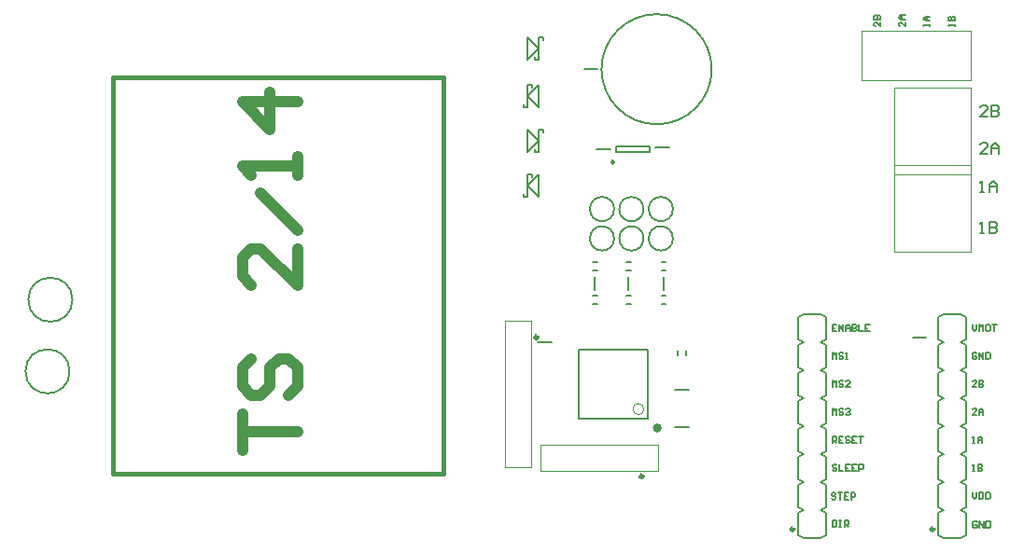
<source format=gto>
G04*
G04 #@! TF.GenerationSoftware,Altium Limited,Altium Designer,20.1.12 (249)*
G04*
G04 Layer_Color=65535*
%FSLAX25Y25*%
%MOIN*%
G70*
G04*
G04 #@! TF.SameCoordinates,A6E25834-E18E-4168-B90B-242D5B1D2A4A*
G04*
G04*
G04 #@! TF.FilePolarity,Positive*
G04*
G01*
G75*
%ADD10C,0.01181*%
%ADD11C,0.00984*%
%ADD12C,0.00787*%
%ADD13C,0.01575*%
%ADD14C,0.00394*%
%ADD15C,0.03937*%
D10*
X205915Y-120043D02*
G03*
X205915Y-120043I-591J0D01*
G01*
X243498Y-169736D02*
G03*
X243498Y-169736I-591J0D01*
G01*
X297342Y-188681D02*
G03*
X297342Y-188681I-591J0D01*
G01*
X347342D02*
G03*
X347342Y-188681I-591J0D01*
G01*
D11*
X233076Y-57406D02*
G03*
X233076Y-57406I-492J0D01*
G01*
D12*
X267954Y-24181D02*
G03*
X267954Y-24181I-19685J0D01*
G01*
X39643Y-106575D02*
G03*
X39643Y-106575I-7874J0D01*
G01*
X38643Y-132181D02*
G03*
X38643Y-132181I-7874J0D01*
G01*
X254100Y-84681D02*
G03*
X254100Y-84681I-4331J0D01*
G01*
X243600Y-74181D02*
G03*
X243600Y-74181I-4331J0D01*
G01*
Y-84681D02*
G03*
X243600Y-84681I-4331J0D01*
G01*
X233100Y-74181D02*
G03*
X233100Y-74181I-4331J0D01*
G01*
Y-84681D02*
G03*
X233100Y-84681I-4331J0D01*
G01*
X254100Y-74181D02*
G03*
X254100Y-74181I-4331J0D01*
G01*
X339638Y-120000D02*
X344362D01*
X249982Y-108256D02*
X251557D01*
X249982Y-105106D02*
X251557D01*
X237482Y-108256D02*
X239057D01*
X237482Y-105106D02*
X239057D01*
X225482Y-108256D02*
X227057D01*
X225482Y-105106D02*
X227057D01*
X249982Y-96256D02*
X251557D01*
X249982Y-93106D02*
X251557D01*
X237482Y-96256D02*
X239057D01*
X237482Y-93106D02*
X239057D01*
X225482Y-96256D02*
X227057D01*
X225482Y-93106D02*
X227057D01*
X250769Y-103043D02*
Y-98319D01*
X238269Y-103043D02*
Y-98319D01*
X226269Y-103043D02*
Y-98319D01*
X254907Y-152181D02*
X259631D01*
X254907Y-138681D02*
X259631D01*
X205907Y-121681D02*
X210631D01*
X233667Y-51697D02*
X245872D01*
X233667Y-53665D02*
X245872D01*
Y-51697D01*
X233667Y-53665D02*
Y-51697D01*
X206269Y-53681D02*
Y-45681D01*
X202269D02*
X206269Y-49681D01*
X202269Y-53681D02*
Y-45681D01*
Y-53681D02*
X206269Y-49681D01*
Y-45681D02*
X207769D01*
Y-46681D02*
Y-45681D01*
X204769Y-53681D02*
Y-52681D01*
Y-53681D02*
X206269D01*
X247907Y-52181D02*
X252631D01*
X226907Y-52681D02*
X231631D01*
X222407Y-24181D02*
X227132D01*
X202269Y-69681D02*
Y-61681D01*
Y-65681D02*
X206269Y-69681D01*
Y-61681D01*
X202269Y-65681D02*
X206269Y-61681D01*
X200769Y-69681D02*
X202269D01*
X200769D02*
Y-68681D01*
X203769Y-62681D02*
Y-61681D01*
X202269D02*
X203769D01*
X206269Y-20681D02*
Y-12681D01*
X202269D02*
X206269Y-16681D01*
X202269Y-20681D02*
Y-12681D01*
Y-20681D02*
X206269Y-16681D01*
Y-12681D02*
X207769D01*
Y-13681D02*
Y-12681D01*
X204769Y-20681D02*
Y-19681D01*
Y-20681D02*
X206269D01*
X202269Y-37681D02*
Y-29681D01*
Y-33681D02*
X206269Y-37681D01*
Y-29681D01*
X202269Y-33681D02*
X206269Y-29681D01*
X200769Y-37681D02*
X202269D01*
X200769D02*
Y-36681D01*
X203769Y-30681D02*
Y-29681D01*
X202269D02*
X203769D01*
X220368Y-149083D02*
X245171D01*
X220368D02*
Y-124279D01*
X245171D01*
Y-149083D02*
Y-124279D01*
X258844Y-126469D02*
Y-124894D01*
X255695Y-126469D02*
Y-124894D01*
X300852Y-111681D02*
X306652D01*
X298852Y-120681D02*
X300852Y-121681D01*
X298852Y-120681D02*
Y-112681D01*
X300852Y-111681D01*
X306652D02*
X308652Y-112681D01*
Y-120681D02*
Y-112681D01*
X306652Y-121681D02*
X308652Y-120681D01*
X298852Y-130681D02*
X300852Y-131681D01*
X298852Y-130681D02*
Y-122681D01*
X300852Y-121681D01*
X306652D02*
X308652Y-122681D01*
Y-130681D02*
Y-122681D01*
X306652Y-131681D02*
X308652Y-130681D01*
X298852Y-140681D02*
X300852Y-141681D01*
X298852Y-140681D02*
Y-132681D01*
X300852Y-131681D01*
X306652D02*
X308652Y-132681D01*
Y-140681D02*
Y-132681D01*
X306652Y-141681D02*
X308652Y-140681D01*
X298852Y-150681D02*
X300852Y-151681D01*
X298852Y-150681D02*
Y-142681D01*
X300852Y-141681D01*
X306652D02*
X308652Y-142681D01*
Y-150681D02*
Y-142681D01*
X306652Y-151681D02*
X308652Y-150681D01*
X298852Y-160681D02*
X300852Y-161681D01*
X298852Y-160681D02*
Y-152681D01*
X300852Y-151681D01*
X306652D02*
X308652Y-152681D01*
Y-160681D02*
Y-152681D01*
X306652Y-161681D02*
X308652Y-160681D01*
X298852Y-190681D02*
X300852Y-191681D01*
X298852Y-190681D02*
Y-182681D01*
X300852Y-181681D01*
X306652D02*
X308652Y-182681D01*
Y-190681D02*
Y-182681D01*
X306652Y-191681D02*
X308652Y-190681D01*
X300852Y-191681D02*
X306652D01*
X298852Y-180681D02*
X300852Y-181681D01*
X298852Y-180681D02*
Y-172681D01*
X300852Y-171681D01*
X306652D02*
X308652Y-172681D01*
Y-180681D02*
Y-172681D01*
X306652Y-181681D02*
X308652Y-180681D01*
X298852Y-170681D02*
X300852Y-171681D01*
X298852Y-170681D02*
Y-162681D01*
X300852Y-161681D01*
X306652D02*
X308652Y-162681D01*
Y-170681D02*
Y-162681D01*
X306652Y-171681D02*
X308652Y-170681D01*
X350852Y-111681D02*
X356652D01*
X348852Y-120681D02*
X350852Y-121681D01*
X348852Y-120681D02*
Y-112681D01*
X350852Y-111681D01*
X356652D02*
X358652Y-112681D01*
Y-120681D02*
Y-112681D01*
X356652Y-121681D02*
X358652Y-120681D01*
X348852Y-130681D02*
X350852Y-131681D01*
X348852Y-130681D02*
Y-122681D01*
X350852Y-121681D01*
X356652D02*
X358652Y-122681D01*
Y-130681D02*
Y-122681D01*
X356652Y-131681D02*
X358652Y-130681D01*
X348852Y-140681D02*
X350852Y-141681D01*
X348852Y-140681D02*
Y-132681D01*
X350852Y-131681D01*
X356652D02*
X358652Y-132681D01*
Y-140681D02*
Y-132681D01*
X356652Y-141681D02*
X358652Y-140681D01*
X348852Y-150681D02*
X350852Y-151681D01*
X348852Y-150681D02*
Y-142681D01*
X350852Y-141681D01*
X356652D02*
X358652Y-142681D01*
Y-150681D02*
Y-142681D01*
X356652Y-151681D02*
X358652Y-150681D01*
X348852Y-160681D02*
X350852Y-161681D01*
X348852Y-160681D02*
Y-152681D01*
X350852Y-151681D01*
X356652D02*
X358652Y-152681D01*
Y-160681D02*
Y-152681D01*
X356652Y-161681D02*
X358652Y-160681D01*
X348852Y-190681D02*
X350852Y-191681D01*
X348852Y-190681D02*
Y-182681D01*
X350852Y-181681D01*
X356652D02*
X358652Y-182681D01*
Y-190681D02*
Y-182681D01*
X356652Y-191681D02*
X358652Y-190681D01*
X350852Y-191681D02*
X356652D01*
X348852Y-180681D02*
X350852Y-181681D01*
X348852Y-180681D02*
Y-172681D01*
X350852Y-171681D01*
X356652D02*
X358652Y-172681D01*
Y-180681D02*
Y-172681D01*
X356652Y-181681D02*
X358652Y-180681D01*
X348852Y-170681D02*
X350852Y-171681D01*
X348852Y-170681D02*
Y-162681D01*
X350852Y-161681D01*
X356652D02*
X358652Y-162681D01*
Y-170681D02*
Y-162681D01*
X356652Y-171681D02*
X358652Y-170681D01*
X354736Y-8870D02*
Y-8083D01*
Y-8477D01*
X352375D01*
X352768Y-8870D01*
X352375Y-6902D02*
X354736D01*
Y-5722D01*
X354343Y-5328D01*
X353949D01*
X353555Y-5722D01*
Y-6902D01*
Y-5722D01*
X353162Y-5328D01*
X352768D01*
X352375Y-5722D01*
Y-6902D01*
X366403Y-40945D02*
X363779D01*
X366403Y-38321D01*
Y-37665D01*
X365747Y-37009D01*
X364436D01*
X363779Y-37665D01*
X367715Y-37009D02*
Y-40945D01*
X369683D01*
X370339Y-40289D01*
Y-39633D01*
X369683Y-38977D01*
X367715D01*
X369683D01*
X370339Y-38321D01*
Y-37665D01*
X369683Y-37009D01*
X367715D01*
X312598Y-115434D02*
X311024D01*
Y-117795D01*
X312598D01*
X311024Y-116615D02*
X311811D01*
X313385Y-117795D02*
Y-115434D01*
X314959Y-117795D01*
Y-115434D01*
X315746Y-117795D02*
Y-116221D01*
X316534Y-115434D01*
X317321Y-116221D01*
Y-117795D01*
Y-116615D01*
X315746D01*
X318108Y-115434D02*
Y-117795D01*
X319289D01*
X319682Y-117402D01*
Y-117008D01*
X319289Y-116615D01*
X318108D01*
X319289D01*
X319682Y-116221D01*
Y-115827D01*
X319289Y-115434D01*
X318108D01*
X320469D02*
Y-117795D01*
X322044D01*
X324405Y-115434D02*
X322831D01*
Y-117795D01*
X324405D01*
X322831Y-116615D02*
X323618D01*
X312598Y-165827D02*
X312204Y-165434D01*
X311417D01*
X311024Y-165827D01*
Y-166221D01*
X311417Y-166615D01*
X312204D01*
X312598Y-167008D01*
Y-167402D01*
X312204Y-167795D01*
X311417D01*
X311024Y-167402D01*
X313385Y-165434D02*
Y-167795D01*
X314959D01*
X317321Y-165434D02*
X315746D01*
Y-167795D01*
X317321D01*
X315746Y-166615D02*
X316534D01*
X319682Y-165434D02*
X318108D01*
Y-167795D01*
X319682D01*
X318108Y-166615D02*
X318895D01*
X320469Y-167795D02*
Y-165434D01*
X321650D01*
X322044Y-165827D01*
Y-166615D01*
X321650Y-167008D01*
X320469D01*
X311024Y-185434D02*
Y-187795D01*
X312204D01*
X312598Y-187402D01*
Y-185827D01*
X312204Y-185434D01*
X311024D01*
X313385D02*
X314172D01*
X313779D01*
Y-187795D01*
X313385D01*
X314172D01*
X315353D02*
Y-185434D01*
X316534D01*
X316927Y-185827D01*
Y-186615D01*
X316534Y-187008D01*
X315353D01*
X316140D02*
X316927Y-187795D01*
X362598Y-147795D02*
X361024D01*
X362598Y-146221D01*
Y-145827D01*
X362204Y-145434D01*
X361417D01*
X361024Y-145827D01*
X363385Y-147795D02*
Y-146221D01*
X364172Y-145434D01*
X364959Y-146221D01*
Y-147795D01*
Y-146615D01*
X363385D01*
X337098Y-7296D02*
Y-8870D01*
X335524Y-7296D01*
X335131D01*
X334737Y-7689D01*
Y-8477D01*
X335131Y-8870D01*
X337098Y-6509D02*
X335524D01*
X334737Y-5722D01*
X335524Y-4934D01*
X337098D01*
X335918D01*
Y-6509D01*
X363779Y-68110D02*
X365091D01*
X364436D01*
Y-64174D01*
X363779Y-64830D01*
X367059Y-68110D02*
Y-65486D01*
X368371Y-64174D01*
X369683Y-65486D01*
Y-68110D01*
Y-66142D01*
X367059D01*
X363779Y-82677D02*
X365091D01*
X364436D01*
Y-78741D01*
X363779Y-79397D01*
X367059Y-78741D02*
Y-82677D01*
X369027D01*
X369683Y-82021D01*
Y-81365D01*
X369027Y-80709D01*
X367059D01*
X369027D01*
X369683Y-80053D01*
Y-79397D01*
X369027Y-78741D01*
X367059D01*
X362598Y-137795D02*
X361024D01*
X362598Y-136221D01*
Y-135827D01*
X362204Y-135434D01*
X361417D01*
X361024Y-135827D01*
X363385Y-135434D02*
Y-137795D01*
X364566D01*
X364959Y-137402D01*
Y-137008D01*
X364566Y-136615D01*
X363385D01*
X364566D01*
X364959Y-136221D01*
Y-135827D01*
X364566Y-135434D01*
X363385D01*
X361024Y-115434D02*
Y-117008D01*
X361811Y-117795D01*
X362598Y-117008D01*
Y-115434D01*
X363385Y-117795D02*
Y-115434D01*
X364172Y-116221D01*
X364959Y-115434D01*
Y-117795D01*
X366927Y-115434D02*
X366140D01*
X365746Y-115827D01*
Y-117402D01*
X366140Y-117795D01*
X366927D01*
X367321Y-117402D01*
Y-115827D01*
X366927Y-115434D01*
X368108D02*
X369682D01*
X368895D01*
Y-117795D01*
X311024Y-147795D02*
Y-145434D01*
X311811Y-146221D01*
X312598Y-145434D01*
Y-147795D01*
X314959Y-145827D02*
X314566Y-145434D01*
X313779D01*
X313385Y-145827D01*
Y-146221D01*
X313779Y-146615D01*
X314566D01*
X314959Y-147008D01*
Y-147402D01*
X314566Y-147795D01*
X313779D01*
X313385Y-147402D01*
X315746Y-145827D02*
X316140Y-145434D01*
X316927D01*
X317321Y-145827D01*
Y-146221D01*
X316927Y-146615D01*
X316534D01*
X316927D01*
X317321Y-147008D01*
Y-147402D01*
X316927Y-147795D01*
X316140D01*
X315746Y-147402D01*
X362598Y-125827D02*
X362204Y-125434D01*
X361417D01*
X361024Y-125827D01*
Y-127402D01*
X361417Y-127795D01*
X362204D01*
X362598Y-127402D01*
Y-126615D01*
X361811D01*
X363385Y-127795D02*
Y-125434D01*
X364959Y-127795D01*
Y-125434D01*
X365746D02*
Y-127795D01*
X366927D01*
X367321Y-127402D01*
Y-125827D01*
X366927Y-125434D01*
X365746D01*
X361024Y-157795D02*
X361811D01*
X361417D01*
Y-155434D01*
X361024Y-155827D01*
X362991Y-157795D02*
Y-156221D01*
X363779Y-155434D01*
X364566Y-156221D01*
Y-157795D01*
Y-156615D01*
X362991D01*
X311024Y-137795D02*
Y-135434D01*
X311811Y-136221D01*
X312598Y-135434D01*
Y-137795D01*
X314959Y-135827D02*
X314566Y-135434D01*
X313779D01*
X313385Y-135827D01*
Y-136221D01*
X313779Y-136615D01*
X314566D01*
X314959Y-137008D01*
Y-137402D01*
X314566Y-137795D01*
X313779D01*
X313385Y-137402D01*
X317321Y-137795D02*
X315746D01*
X317321Y-136221D01*
Y-135827D01*
X316927Y-135434D01*
X316140D01*
X315746Y-135827D01*
X311024Y-157795D02*
Y-155434D01*
X312204D01*
X312598Y-155827D01*
Y-156615D01*
X312204Y-157008D01*
X311024D01*
X311811D02*
X312598Y-157795D01*
X314959Y-155434D02*
X313385D01*
Y-157795D01*
X314959D01*
X313385Y-156615D02*
X314172D01*
X317321Y-155827D02*
X316927Y-155434D01*
X316140D01*
X315746Y-155827D01*
Y-156221D01*
X316140Y-156615D01*
X316927D01*
X317321Y-157008D01*
Y-157402D01*
X316927Y-157795D01*
X316140D01*
X315746Y-157402D01*
X319682Y-155434D02*
X318108D01*
Y-157795D01*
X319682D01*
X318108Y-156615D02*
X318895D01*
X320469Y-155434D02*
X322044D01*
X321256D01*
Y-157795D01*
X366403Y-54331D02*
X363779D01*
X366403Y-51707D01*
Y-51051D01*
X365747Y-50395D01*
X364436D01*
X363779Y-51051D01*
X367715Y-54331D02*
Y-51707D01*
X369027Y-50395D01*
X370339Y-51707D01*
Y-54331D01*
Y-52363D01*
X367715D01*
X311024Y-127795D02*
Y-125434D01*
X311811Y-126221D01*
X312598Y-125434D01*
Y-127795D01*
X314959Y-125827D02*
X314566Y-125434D01*
X313779D01*
X313385Y-125827D01*
Y-126221D01*
X313779Y-126615D01*
X314566D01*
X314959Y-127008D01*
Y-127402D01*
X314566Y-127795D01*
X313779D01*
X313385Y-127402D01*
X315746Y-127795D02*
X316534D01*
X316140D01*
Y-125434D01*
X315746Y-125827D01*
X312204Y-175985D02*
X311811Y-175591D01*
X311023D01*
X310630Y-175985D01*
Y-176379D01*
X311023Y-176772D01*
X311811D01*
X312204Y-177166D01*
Y-177559D01*
X311811Y-177953D01*
X311023D01*
X310630Y-177559D01*
X312991Y-175591D02*
X314566D01*
X313778D01*
Y-177953D01*
X316927Y-175591D02*
X315353D01*
Y-177953D01*
X316927D01*
X315353Y-176772D02*
X316140D01*
X317714Y-177953D02*
Y-175591D01*
X318895D01*
X319288Y-175985D01*
Y-176772D01*
X318895Y-177166D01*
X317714D01*
X345917Y-8870D02*
Y-8083D01*
Y-8477D01*
X343556D01*
X343950Y-8870D01*
X345917Y-6902D02*
X344343D01*
X343556Y-6115D01*
X344343Y-5328D01*
X345917D01*
X344737D01*
Y-6902D01*
X361024Y-167795D02*
X361811D01*
X361417D01*
Y-165434D01*
X361024Y-165827D01*
X362991Y-165434D02*
Y-167795D01*
X364172D01*
X364566Y-167402D01*
Y-167008D01*
X364172Y-166615D01*
X362991D01*
X364172D01*
X364566Y-166221D01*
Y-165827D01*
X364172Y-165434D01*
X362991D01*
X361024Y-175434D02*
Y-177008D01*
X361811Y-177795D01*
X362598Y-177008D01*
Y-175434D01*
X363385D02*
Y-177795D01*
X364566D01*
X364959Y-177402D01*
Y-175827D01*
X364566Y-175434D01*
X363385D01*
X365746D02*
Y-177795D01*
X366927D01*
X367321Y-177402D01*
Y-175827D01*
X366927Y-175434D01*
X365746D01*
X328279Y-7296D02*
Y-8870D01*
X326705Y-7296D01*
X326312D01*
X325918Y-7689D01*
Y-8477D01*
X326312Y-8870D01*
X325918Y-6509D02*
X328279D01*
Y-5328D01*
X327886Y-4934D01*
X327492D01*
X327099Y-5328D01*
Y-6509D01*
Y-5328D01*
X326705Y-4934D01*
X326312D01*
X325918Y-5328D01*
Y-6509D01*
X362713Y-186162D02*
X362319Y-185768D01*
X361532D01*
X361138Y-186162D01*
Y-187736D01*
X361532Y-188130D01*
X362319D01*
X362713Y-187736D01*
Y-186949D01*
X361926D01*
X363500Y-188130D02*
Y-185768D01*
X365074Y-188130D01*
Y-185768D01*
X365861D02*
Y-188130D01*
X367042D01*
X367436Y-187736D01*
Y-186162D01*
X367042Y-185768D01*
X365861D01*
D13*
X249305Y-152429D02*
G03*
X249305Y-152429I-787J0D01*
G01*
X54045Y-168799D02*
Y-27067D01*
X172155D01*
Y-168799D02*
Y-27067D01*
X54045Y-168799D02*
X172155D01*
D14*
X243738Y-145681D02*
G03*
X243738Y-145681I-1969J0D01*
G01*
X194019Y-114181D02*
X203519D01*
X194019Y-166284D02*
Y-114181D01*
Y-166284D02*
X203519D01*
Y-114181D01*
X333150Y-61866D02*
X360315D01*
Y-30764D01*
X333150D02*
X360315D01*
X333150Y-61866D02*
Y-30764D01*
Y-89425D02*
Y-58323D01*
X360315D01*
Y-89425D02*
Y-58323D01*
X333150Y-89425D02*
X360315D01*
X321339Y-28205D02*
X360315D01*
X321339D02*
Y-10488D01*
X360315D01*
Y-28205D02*
Y-10488D01*
X248769Y-167931D02*
Y-158431D01*
X206769D02*
X248769D01*
X206769Y-167931D02*
Y-158431D01*
Y-167931D02*
X248769D01*
D15*
X100311Y-160433D02*
Y-147314D01*
Y-153874D01*
X119990D01*
X103591Y-127635D02*
X100311Y-130915D01*
Y-137475D01*
X103591Y-140754D01*
X106871D01*
X110150Y-137475D01*
Y-130915D01*
X113430Y-127635D01*
X116710D01*
X119990Y-130915D01*
Y-137475D01*
X116710Y-140754D01*
X119990Y-88278D02*
Y-101397D01*
X106871Y-88278D01*
X103591D01*
X100311Y-91558D01*
Y-98117D01*
X103591Y-101397D01*
X119990Y-81718D02*
X106871Y-68599D01*
X119990Y-62040D02*
Y-55480D01*
Y-58760D01*
X100311D01*
X103591Y-62040D01*
X119990Y-35801D02*
X100311D01*
X110150Y-45641D01*
Y-32522D01*
M02*

</source>
